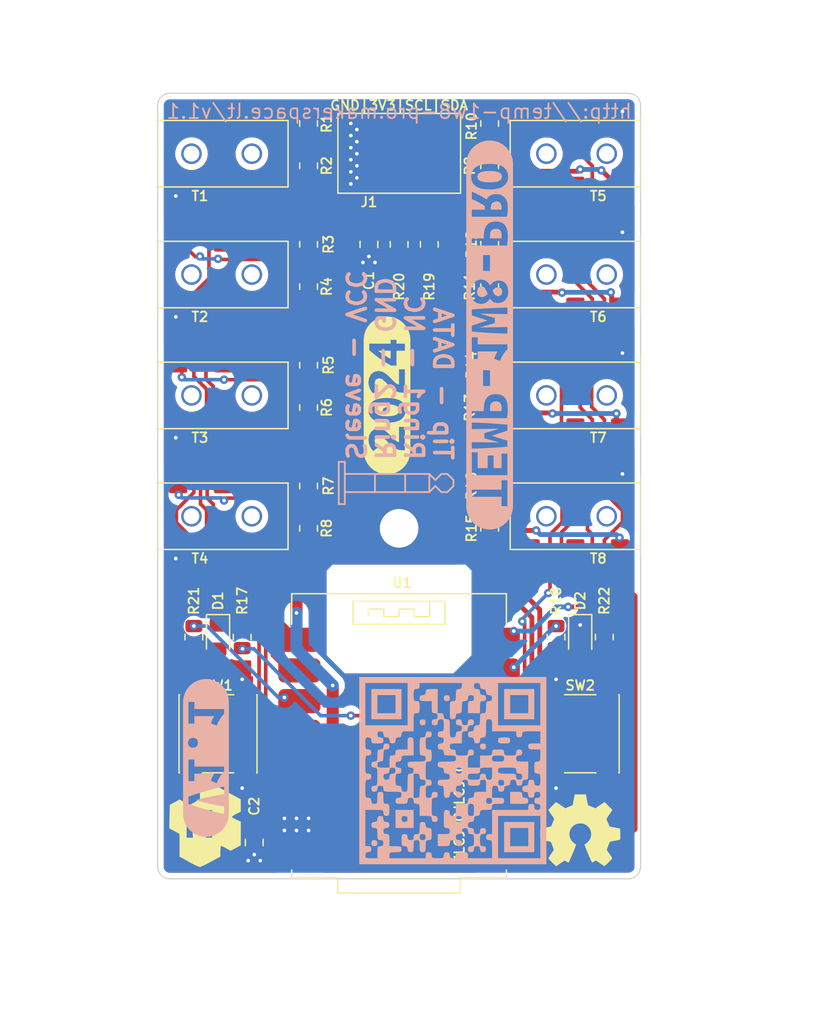
<source format=kicad_pcb>
(kicad_pcb (version 20211014) (generator pcbnew)
  (layers (0 "F.Cu" signal) (31 "B.Cu" signal) (34 "B.Paste" user) (35 "F.Paste" user) (36 "B.SilkS" user "B.Silkscreen") (37 "F.SilkS" user "F.Silkscreen") (38 "B.Mask" user) (39 "F.Mask" user) (44 "Edge.Cuts" user))
  (net 0 "")
  (net 1 "T1")
  (net 2 "GND")
  (net 3 "+3V3")
  (net 4 "T2")
  (net 5 "+5V")
  (net 6 "SCL")
  (net 7 "SDA")
  (net 8 "T3")
  (net 9 "T4")
  (net 10 "T5")
  (net 11 "T6")
  (net 12 "T7")
  (net 13 "T8")
  (net 14 "LED")
  (net 15 "Net-(D1-Pad1)")
  (net 16 "Net-(R1-Pad1)")
  (net 17 "Net-(R3-Pad1)")
  (net 18 "Net-(R5-Pad1)")
  (net 19 "Net-(R7-Pad1)")
  (net 20 "Net-(R9-Pad1)")
  (net 42 "BTN1")
  (net 43 "BTN2")
  (net 44 "Net-(D2-Pad2)")
  (net 45 "Net-(R21-Pad2)")
  (net 46 "Net-(R22-Pad2)")
  (net 47 "Net-(R11-Pad1)")
  (net 51 "Net-(R15-Pad1)")
  (net 52 "Net-(R13-Pad1)")
  (footprint "Resistor_SMD:R_0805_2012Metric" (layer "F.Cu") (at 130.2625 112.0375 -90)
    (fp_text reference "R21")
    (fp_text value "330")
  )
  (footprint "Capacitor_SMD:C_0805_2012Metric_Pad1.18x1.45mm_HandSolder" (layer "F.Cu") (at 135.2625 129.0375 -90)
    (fp_text reference "C2")
    (fp_text value "10u")
  )
  (footprint "Resistor_SMD:R_0805_2012Metric" (layer "F.Cu") (at 139.7625 89.5375 -90)
    (fp_text reference "R5")
    (fp_text value "330")
  )
  (footprint "Resistor_SMD:R_0805_2012Metric" (layer "F.Cu") (at 154.7625 103.0375 90)
    (fp_text reference "R15")
    (fp_text value "330")
  )
  (footprint "Symbol:OSHW-Symbol_6.7x6mm_SilkScreen" (layer "F.Cu") (at 162.2625 128.0375)
    (fp_text reference "G1" hide)
    (fp_text value "Logo_Open_Hardware_Large" hide)
  )
  (footprint "Resistor_SMD:R_0805_2012Metric" (layer "F.Cu") (at 139.7625 93.0375 90)
    (fp_text reference "R6")
    (fp_text value "4k7")
  )
  (footprint "-local:logo_kms_small_silkscreen" (layer "F.Cu") (at 130.7625 127.5375)
    (fp_text reference "G2" hide)
    (fp_text value "LOGO_KMS" hide)
  )
  (footprint "Resistor_SMD:R_0805_2012Metric" (layer "F.Cu") (at 154.7625 73.0375 90)
    (fp_text reference "R9")
    (fp_text value "330")
  )
  (footprint "Resistor_SMD:R_0805_2012Metric" (layer "F.Cu") (at 160.2625 112.0375 90)
    (fp_text reference "R18")
    (fp_text value "330")
  )
  (footprint "Resistor_SMD:R_0805_2012Metric" (layer "F.Cu") (at 139.7625 83.0375 90)
    (fp_text reference "R4")
    (fp_text value "4k7")
  )
  (footprint "-local:esp32-c3-supermini" (layer "F.Cu") (at 155.5125 130.0375 180)
    (fp_text reference "U1")
    (fp_text value "esp32-c3-supermini")
  )
  (footprint "Resistor_SMD:R_0805_2012Metric" (layer "F.Cu") (at 154.7625 89.5375 -90)
    (fp_text reference "R14")
    (fp_text value "4k7")
  )
  (footprint "Resistor_SMD:R_0805_2012Metric" (layer "F.Cu") (at 139.7625 99.5375 -90)
    (fp_text reference "R7")
    (fp_text value "330")
  )
  (footprint "Resistor_SMD:R_0805_2012Metric" (layer "F.Cu") (at 154.7625 83.0375 90)
    (fp_text reference "R11")
    (fp_text value "330")
  )
  (footprint "kibuzzard-66DA8205" (layer "F.Cu") (at 146.2625 92.0375 90)
    (fp_text reference "kibuzzard-66DA8205" hide)
    (fp_text value "G***" hide)
  )
  (footprint "-local:PJ-242" (layer "F.Cu") (at 167.2625 92.0375 -90)
    (fp_text reference "T7")
    (fp_text value "PJ-242")
  )
  (footprint "-local:PJ-242" (layer "F.Cu") (at 127.2625 82.0375 90)
    (fp_text reference "T2")
    (fp_text value "PJ-242")
  )
  (footprint "-local:PJ-242" (layer "F.Cu") (at 167.2625 72.0375 -90)
    (fp_text reference "T5")
    (fp_text value "PJ-242")
  )
  (footprint "Resistor_SMD:R_0805_2012Metric" (layer "F.Cu") (at 164.2625 112.0375 -90)
    (fp_text reference "R22")
    (fp_text value "330")
  )
  (footprint "Resistor_SMD:R_0805_2012Metric" (layer "F.Cu") (at 154.7625 79.5375 -90)
    (fp_text reference "R12")
    (fp_text value "4k7")
  )
  (footprint "Capacitor_SMD:C_0805_2012Metric_Pad1.18x1.45mm_HandSolder" (layer "F.Cu") (at 144.7625 79.5375 -90)
    (fp_text reference "C1")
    (fp_text value "10u")
  )
  (footprint "LED_SMD:LED_0805_2012Metric_Pad1.15x1.40mm_HandSolder" (layer "F.Cu") (at 162.2625 112.0375 -90)
    (fp_text reference "D2")
    (fp_text value "LED")
  )
  (footprint "LED_SMD:LED_0805_2012Metric_Pad1.15x1.40mm_HandSolder" (layer "F.Cu") (at 132.2625 112.0375 -90)
    (fp_text reference "D1")
    (fp_text value "LED")
  )
  (footprint "Button_Switch_SMD:SW_SPST_PTS645" (layer "F.Cu") (at 132.2625 120.0375 90)
    (fp_text reference "SW1")
    (fp_text value "USR_BTN")
  )
  (footprint "Button_Switch_SMD:SW_SPST_PTS645" (layer "F.Cu") (at 162.2625 120.0375 -90)
    (fp_text reference "SW2")
    (fp_text value "USR_BTN")
  )
  (footprint "-local:PJ-242" (layer "F.Cu") (at 167.2625 102.0375 -90)
    (fp_text reference "T8")
    (fp_text value "PJ-242")
  )
  (footprint "Resistor_SMD:R_0805_2012Metric" (layer "F.Cu") (at 149.7625 79.5375 90)
    (fp_text reference "R19")
    (fp_text value "4k7")
  )
  (footprint "Resistor_SMD:R_0805_2012Metric" (layer "F.Cu") (at 154.7625 99.5375 -90)
    (fp_text reference "R16")
    (fp_text value "4k7")
  )
  (footprint "-local:PJ-242" (layer "F.Cu") (at 127.2625 102.0375 90)
    (fp_text reference "T4")
    (fp_text value "PJ-242")
  )
  (footprint "-local:PJ-242" (layer "F.Cu") (at 167.2625 82.0375 -90)
    (fp_text reference "T6")
    (fp_text value "PJ-242")
  )
  (footprint "Resistor_SMD:R_0805_2012Metric" (layer "F.Cu") (at 154.7625 93.0375 90)
    (fp_text reference "R13")
    (fp_text value "330")
  )
  (footprint "Resistor_SMD:R_0805_2012Metric" (layer "F.Cu") (at 139.7625 73.0375 90)
    (fp_text reference "R2")
    (fp_text value "4k7")
  )
  (footprint "Resistor_SMD:R_0805_2012Metric" (layer "F.Cu") (at 134.2625 112.0375 -90)
    (fp_text reference "R17")
    (fp_text value "330")
  )
  (footprint "MountingHole:MountingHole_3.2mm_M3_DIN965_Pad" (layer "F.Cu") (at 147.2625 103.0375 180)
    (fp_text reference "H1" hide)
    (fp_text value "MP" hide)
  )
  (footprint "-local:PJ-242" (layer "F.Cu") (at 127.2625 92.0375 90)
    (fp_text reference "T3")
    (fp_text value "PJ-242")
  )
  (footprint "-local:PJ-242" (layer "F.Cu") (at 127.2625 72.0375 90)
    (fp_text reference "T1")
    (fp_text value "PJ-242")
  )
  (footprint "Resistor_SMD:R_0805_2012Metric" (layer "F.Cu") (at 147.2625 79.5375 90)
    (fp_text reference "R20")
    (fp_text value "4k7")
  )
  (footprint "-local:oled_i2c_128x64_ssd1306" (layer "F.Cu") (at 147.2625 72.0375 90)
    (fp_text reference "J1")
    (fp_text value "ssd1306 oled")
  )
  (footprint "Resistor_SMD:R_0805_2012Metric" (layer "F.Cu") (at 139.7625 79.5375 -90)
    (fp_text reference "R3")
    (fp_text value "330")
  )
  (footprint "Resistor_SMD:R_0805_2012Metric" (layer "F.Cu") (at 154.7625 69.5375 -90)
    (fp_text reference "R10")
    (fp_text value "4k7")
  )
  (footprint "Resistor_SMD:R_0805_2012Metric" (layer "F.Cu") (at 139.7625 69.5375 -90)
    (fp_text reference "R1")
    (fp_text value "330")
  )
  (footprint "Resistor_SMD:R_0805_2012Metric" (layer "F.Cu") (at 139.7625 103.0375 90)
    (fp_text reference "R8")
    (fp_text value "4k7")
  )
  (footprint "kibuzzard-66E2F5A0" (layer "B.Cu") (at 131.2625 122.0375 90)
    (fp_text reference "kibuzzard-66E2F5A0" hide)
    (fp_text value "G***" hide)
  )
  (footprint "kibuzzard-669677F3" (layer "B.Cu") (at 154.7625 87.0375 90)
    (fp_text reference "kibuzzard-669677F3" hide)
    (fp_text value "G***" hide)
  )
  (footprint "-local:qr" (layer "B.Cu") (at 151.7625 123.0375 180)
    (fp_text reference "G***" hide)
    (fp_text value "LOGO" hide)
  )
  (gr_line (start 151.7625 99.0375) (end 151.7625 99.5375) (layer "B.SilkS") (width 0.15))
  (gr_line (start 142.2625 97.5375) (end 142.2625 101.0375) (layer "B.SilkS") (width 0.15))
  (gr_line (start 151.2625 98.5375) (end 151.7625 99.0375) (layer "B.SilkS") (width 0.15))
  (gr_line (start 145.2625 98.5375) (end 145.2625 100.0375) (layer "B.SilkS") (width 0.15))
  (gr_line (start 150.7625 98.5375) (end 151.2625 98.5375) (layer "B.SilkS") (width 0.15))
  (gr_line (start 150.2625 99.0375) (end 150.7625 98.5375) (layer "B.SilkS") (width 0.15))
  (gr_line (start 149.7625 100.0375) (end 142.7625 100.0375) (layer "B.SilkS") (width 0.15))
  (gr_line (start 149.7625 98.5375) (end 149.7625 100.0375) (layer "B.SilkS") (width 0.15))
  (gr_line (start 142.7625 97.5375) (end 142.7625 98.5375) (layer "B.SilkS") (width 0.15))
  (gr_line (start 150.7625 100.0375) (end 150.2625 99.5375) (layer "B.SilkS") (width 0.15))
  (gr_line (start 149.7625 98.5375) (end 150.2625 99.0375) (layer "B.SilkS") (width 0.15))
  (gr_line (start 142.7625 98.5375) (end 144.7625 98.5375) (layer "B.SilkS") (width 0.15))
  (gr_line (start 142.7625 100.0375) (end 142.7625 101.0375) (layer "B.SilkS") (width 0.15))
  (gr_line (start 144.7625 98.5375) (end 149.7625 98.5375) (layer "B.SilkS") (width 0.15))
  (gr_line (start 151.7625 99.5375) (end 151.2625 100.0375) (layer "B.SilkS") (width 0.15))
  (gr_line (start 150.2625 99.5375) (end 149.7625 100.0375) (layer "B.SilkS") (width 0.15))
  (gr_line (start 151.2625 100.0375) (end 150.7625 100.0375) (layer "B.SilkS") (width 0.15))
  (gr_line (start 142.7625 97.5375) (end 142.2625 97.5375) (layer "B.SilkS") (width 0.15))
  (gr_line (start 142.7625 98.5375) (end 142.7625 100.0375) (layer "B.SilkS") (width 0.15))
  (gr_line (start 147.7625 98.5375) (end 147.7625 100.0375) (layer "B.SilkS") (width 0.15))
  (gr_line (start 142.2625 101.0375) (end 142.7625 101.0375) (layer "B.SilkS") (width 0.15))
  (gr_arc (start 166.2625 67.0375) (mid 166.969607 67.330393) (end 167.2625 68.0375) (layer "Edge.Cuts") (width 0.1))
  (gr_line (start 167.2625 131.0375) (end 167.2625 68.0375) (layer "Edge.Cuts") (width 0.1))
  (gr_line (start 166.2625 67.0375) (end 128.2625 67.0375) (layer "Edge.Cuts") (width 0.1))
  (gr_line (start 166.2625 132.0375) (end 128.2625 132.0375) (layer "Edge.Cuts") (width 0.1))
  (gr_line (start 127.2625 68.0375) (end 127.2625 131.0375) (layer "Edge.Cuts") (width 0.1))
  (gr_arc (start 167.2625 131.0375) (mid 166.969607 131.744607) (end 166.2625 132.0375) (layer "Edge.Cuts") (width 0.1))
  (gr_arc (start 128.2625 132.0375) (mid 127.555393 131.744607) (end 127.2625 131.0375) (layer "Edge.Cuts") (width 0.1))
  (gr_arc (start 127.2625 68.0375) (mid 127.555393 67.330393) (end 128.2625 67.0375) (layer "Edge.Cuts") (width 0.1))
  (gr_text "Tip - DATA\nRing1 - NC\nRing2 - GND\nSleeve - VCC" (at 147.2625 97.5375 270) (layer "B.SilkS") (effects (font (size 1.5 1.5) (thickness 0.3)) (justify left mirror)))
  (gr_text "http://temp-1w8-pro.makerspace.lt/v1.1" (at 147.2625 68.5375) (layer "B.SilkS") (effects (font (size 1.2 1.2)) (justify mirror)))
  (gr_text "JLCJLCJLCJLC" (at 152.2625 126.5375 90) (layer "F.SilkS") (effects (font (size 0.8 0.8))))
  (gr_text "GND|3V3|SCL|SDA" (at 147.2625 68.0375) (layer "F.SilkS") (effects (font (size 0.8 0.8))))
  (segment (start 131.5125 76.0875) (end 131.5125 82.355267) (width 0.3) (layer "F.Cu") (net 1))
  (segment (start 135.2625 110.0375) (end 135.6625 110.4375) (width 0.3) (layer "F.Cu") (net 1))
  (segment (start 136.6425 122.4175) (end 139.0025 122.4175) (width 0.3) (layer "F.Cu") (net 1))
  (segment (start 131.5125 82.355267) (end 130.2625 83.605267) (width 0.3) (layer "F.Cu") (net 1))
  (segment (start 132.6625 74.9375) (end 131.5125 76.0875) (width 0.3) (layer "F.Cu") (net 1))
  (segment (start 137.685292 73.5375) (end 134.0625 73.5375) (width 0.3) (layer "F.Cu") (net 1))
  (segment (start 130.1125 103.859683) (end 130.1125 106.8875) (width 0.3) (layer "F.Cu") (net 1))
  (segment (start 130.2625 83.605267) (end 130.2625 90.469733) (width 0.3) (layer "F.Cu") (net 1))
  (segment (start 130.1125 106.8875) (end 133.2625 110.0375) (width 0.3) (layer "F.Cu") (net 1))
  (segment (start 128.8125 101.515317) (end 128.8125 102.559683) (width 0.3) (layer "F.Cu") (net 1))
  (segment (start 131.3125 91.519733) (end 131.3125 92.9875) (width 0.3) (layer "F.Cu") (net 1))
  (segment (start 139.7625 73.95) (end 138.097792 73.95) (width 0.3) (layer "F.Cu") (net 1))
  (segment (start 135.6625 110.4375) (end 135.6625 121.4375) (width 0.3) (layer "F.Cu") (net 1))
  (segment (start 130.2625 90.469733) (end 131.3125 91.519733) (width 0.3) (layer "F.Cu") (net 1))
  (segment (start 133.2625 110.0375) (end 135.2625 110.0375) (width 0.3) (layer "F.Cu") (net 1))
  (segment (start 138.097792 73.95) (end 137.685292 73.5375) (width 0.3) (layer "F.Cu") (net 1))
  (segment (start 135.6625 121.4375) (end 136.6425 122.4175) (width 0.3) (layer "F.Cu") (net 1))
  (segment (start 128.8125 102.559683) (end 130.1125 103.859683) (width 0.3) (layer "F.Cu") (net 1))
  (segment (start 130.2625 94.0375) (end 130.2625 100.065317) (width 0.3) (layer "F.Cu") (net 1))
  (segment (start 134.0625 73.5375) (end 132.6625 74.9375) (width 0.3) (layer "F.Cu") (net 1))
  (segment (start 131.3125 92.9875) (end 130.2625 94.0375) (width 0.3) (layer "F.Cu") (net 1))
  (segment (start 130.2625 100.065317) (end 128.8125 101.515317) (width 0.3) (layer "F.Cu") (net 1))
  (via (at 143.7625 71.0375) (size 0.7) (drill 0.3) (layers "F.Cu" "B.Cu") (net 2))
  (via (at 128.7625 95.5375) (size 0.7) (drill 0.3) (layers "F.Cu" "B.Cu") (net 2))
  (via (at 137.7625 127.0375) (size 0.7) (drill 0.3) (layers "F.Cu" "B.Cu") (net 2))
  (via (at 135.2625 130.0375) (size 0.7) (drill 0.3) (layers "F.Cu" "B.Cu") (net 2))
  (via (at 143.2625 74.5375) (size 0.7) (drill 0.3) (layers "F.Cu" "B.Cu") (net 2))
  (via (at 143.7625 74.0375) (size 0.7) (drill 0.3) (layers "F.Cu" "B.Cu") (net 2))
  (via (at 138.7625 128.0375) (size 0.7) (drill 0.3) (layers "F.Cu" "B.Cu") (net 2))
  (via (at 137.7625 128.0375) (size 0.7) (drill 0.3) (layers "F.Cu" "B.Cu") (net 2))
  (via (at 160.2625 124.5375) (size 0.7) (drill 0.3) (layers "F.Cu" "B.Cu") (net 2))
  (via (at 165.7625 78.5375) (size 0.7) (drill 0.3) (layers "F.Cu" "B.Cu") (net 2))
  (via (at 160.2625 115.5375) (size 0.7) (drill 0.3) (layers "F.Cu" "B.Cu") (net 2))
  (via (at 143.7625 70.0375) (size 0.7) (drill 0.3) (layers "F.Cu" "B.Cu") (net 2))
  (via (at 135.7625 130.5375) (size 0.7) (drill 0.3) (layers "F.Cu" "B.Cu") (net 2))
  (via (at 128.7625 75.5375) (size 0.7) (drill 0.3) (layers "F.Cu" "B.Cu") (net 2))
  (via (at 143.2625 69.5375) (size 0.7) (drill 0.3) (layers "F.Cu" "B.Cu") (net 2))
  (via (at 138.7625 127.0375) (size 0.7) (drill 0.3) (layers "F.Cu" "B.Cu") (net 2))
  (via (at 143.7625 72.0375) (size 0.7) (drill 0.3) (layers "F.Cu" "B.Cu") (net 2))
  (via (at 165.7625 88.5375) (size 0.7) (drill 0.3) (layers "F.Cu" "B.Cu") (net 2))
  (via (at 144.7625 80.5375) (size 0.7) (drill 0.3) (layers "F.Cu" "B.Cu") (net 2))
  (via (at 143.7625 73.0375) (size 0.7) (drill 0.3) (layers "F.Cu" "B.Cu") (net 2))
  (via (at 128.7625 85.5375) (size 0.7) (drill 0.3) (layers "F.Cu" "B.Cu") (net 2))
  (via (at 128.7625 105.5375) (size 0.7) (drill 0.3) (layers "F.Cu" "B.Cu") (net 2))
  (via (at 145.2625 81.0375) (size 0.7) (drill 0.3) (layers "F.Cu" "B.Cu") (net 2))
  (via (at 144.2625 81.0375) (size 0.7) (drill 0.3) (layers "F.Cu" "B.Cu") (net 2))
  (via (at 139.7625 127.0375) (size 0.7) (drill 0.3) (layers "F.Cu" "B.Cu") (net 2))
  (via (at 165.7625 68.5375) (size 0.7) (drill 0.3) (layers "F.Cu" "B.Cu") (net 2))
  (via (at 134.2625 115.5375) (size 0.7) (drill 0.3) (layers "F.Cu" "B.Cu") (net 2))
  (via (at 165.7625 98.5375) (size 0.7) (drill 0.3) (layers "F.Cu" "B.Cu") (net 2))
  (via (at 143.2625 72.5375) (size 0.7) (drill 0.3) (layers "F.Cu" "B.Cu") (net 2))
  (via (at 162.2625 111.0375) (size 0.7) (drill 0.3) (layers "F.Cu" "B.Cu") (net 2))
  (via (at 134.2625 124.5375) (size 0.7) (drill 0.3) (layers "F.Cu" "B.Cu") (net 2))
  (via (at 143.2625 73.5375) (size 0.7) (drill 0.3) (layers "F.Cu" "B.Cu") (net 2))
  (via (at 139.7625 128.0375) (size 0.7) (drill 0.3) (layers "F.Cu" "B.Cu") (net 2))
  (via (at 134.7625 130.5375) (size 0.7) (drill 0.3) (layers "F.Cu" "B.Cu") (net 2))
  (via (at 143.2625 70.5375) (size 0.7) (drill 0.3) (layers "F.Cu" "B.Cu") (net 2))
  (via (at 143.2625 71.5375) (size 0.7) (drill 0.3) (layers "F.Cu" "B.Cu") (net 2))
  (segment (start 154.7625 72.125) (end 154.7625 70.45) (width 1) (layer "F.Cu") (net 3))
  (segment (start 136.8425 124.9575) (end 139.0025 124.9575) (width 1) (layer "F.Cu") (net 3))
  (segment (start 153.2625 80.5375) (end 154.675 80.5375) (width 1) (layer "F.Cu") (net 3))
  (segment (start 141.2625 90.3625) (end 141.175 90.45) (width 1) (layer "F.Cu") (net 3))
  (segment (start 153.2625 90.5375) (end 154.675 90.5375) (width 1) (layer "F.Cu") (net 3))
  (segment (start 146.0025 78.0375) (end 146.0025 72.0055) (width 1) (layer "F.Cu") (net 3))
  (segment (start 141.175 90.45) (end 141.2625 90.5375) (width 1) (layer "F.Cu") (net 3))
  (segment (start 141.2625 90.5375) (end 141.2625 100.5375) (width 1) (layer "F.Cu") (net 3))
  (segment (start 152.2625 68.0375) (end 153.2625 69.0375) (width 1) (layer "F.Cu") (net 3))
  (segment (start 154.675 80.5375) (end 154.7625 80.45) (width 1) (layer "F.Cu") (net 3))
  (segment (start 141.2625 68.5375) (end 141.7625 68.0375) (width 1) (layer "F.Cu") (net 3))
  (segment (start 135.7625 123.0425) (end 135.7625 123.8775) (width 0.3) (layer "F.Cu") (net 3))
  (segment (start 139.7625 72.125) (end 139.7625 70.45) (width 1) (layer "F.Cu") (net 3))
  (segment (start 132.2625 119.5425) (end 135.7625 123.0425) (width 0.3) (layer "F.Cu") (net 3))
  (segment (start 154.7625 82.125) (end 154.7625 80.45) (width 1) (layer "F.Cu") (net 3))
  (segment (start 141.2625 80.5375) (end 141.2625 90.3625) (width 1) (layer "F.Cu") (net 3))
  (segment (start 154.7625 102.125) (end 154.7625 100.45) (width 1) (layer "F.Cu") (net 3))
  (segment (start 139.7625 92.125) (end 139.7625 90.45) (width 1) (layer "F.Cu") (net 3))
  (segment (start 135.7625 123.8775) (end 136.8425 124.9575) (width 0.3) (layer "F.Cu") (net 3))
  (segment (start 139.7625 102.125) (end 139.7625 100.45) (width 1) (layer "F.Cu") (net 3))
  (segment (start 135.2625 126.5375) (end 136.8425 124.9575) (width 1) (layer "F.Cu") (net 3))
  (segment (start 139.7625 90.45) (end 141.175 90.45) (width 1) (layer "F.Cu") (net 3))
  (segment (start 139.85 100.5375) (end 139.7625 100.45) (width 1) (layer "F.Cu") (net 3))
  (segment (start 144.8875 78.625) (end 144.7625 78.5) (width 1) (layer "F.Cu") (net 3))
  (segment (start 138.7625 110.0375) (end 138.7625 107.5375) (width 1) (layer "F.Cu") (net 3))
  (segment (start 153.2625 90.5375) (end 153.2625 100.5375) (width 1) (layer "F.Cu") (net 3))
  (segment (start 144.7625 78.5) (end 141.3 78.5) (width 1) (layer "F.Cu") (net 3))
  (segment (start 141.2625 105.0375) (end 141.2625 100.5375) (width 1) (layer "F.Cu") (net 3))
  (segment (start 138.7625 107.5375) (end 141.2625 105.0375) (width 1) (layer "F.Cu") (net 3))
  (segment (start 154.675 100.5375) (end 154.7625 100.45) (width 1) (layer "F.Cu") (net 3))
  (segment (start 140.8425 124.9575) (end 139.0025 124.9575) (width 1) (layer "F.Cu") (net 3))
  (segment (start 153.35 70.45) (end 153.2625 70.5375) (width 1) (layer "F.Cu") (net 3))
  (segment (start 147.2625 78.625) (end 144.8875 78.625) (width 1) (layer "F.Cu") (net 3))
  (segment (start 141.2625 70.5375) (end 141.2625 78.5375) (width 1) (layer "F.Cu") (net 3))
  (segment (start 154.675 90.5375) (end 154.7625 90.45) (width 1) (layer "F.Cu") (net 3))
  (segment (start 141.175 70.45) (end 141.2625 70.5375) (width 1) (layer "F.Cu") (net 3))
  (segment (start 141.175 80.45) (end 141.2625 80.5375) (width 1) (layer "F.Cu") (net 3))
  (segment (start 132.2625 113.0625) (end 132.2625 119.5425) (width 0.3) (layer "F.Cu") (net 3))
  (segment (start 153.2625 69.0375) (end 153.2625 70.5375) (width 1) (layer "F.Cu") (net 3))
  (segment (start 141.3 78.5) (end 141.2625 78.5375) (width 1) (layer "F.Cu") (net 3))
  (segment (start 149.7625 78.625) (end 147.2625 78.625) (width 1) (layer "F.Cu") (net 3))
  (segment (start 141.2625 78.5375) (end 141.2625 80.3625) (width 1) (layer "F.Cu") (net 3))
  (segment (start 153.2625 100.5375) (end 154.675 100.5375) (width 1) (layer "F.Cu") (net 3))
  (segment (start 153.2625 80.5375) (end 153.2625 90.5375) (width 1) (layer "F.Cu") (net 3))
  (segment (start 145.54 78.5) (end 146.0025 78.0375) (width 1) (layer "F.Cu") (net 3))
  (segment (start 154.7625 92.125) (end 154.7625 90.45) (width 1) (layer "F.Cu") (net 3))
  (segment (start 139.7625 82.125) (end 139.7625 80.45) (width 1) (layer "F.Cu") (net 3))
  (segment (start 141.7625 68.0375) (end 152.2625 68.0375) (width 1) (layer "F.Cu") (net 3))
  (segment (start 139.7625 70.45) (end 141.175 70.45) (width 1) (layer "F.Cu") (net 3))
  (segment (start 141.2625 80.3625) (end 141.175 80.45) (width 1) (layer "F.Cu") (net 3))
  (segment (start 144.7625 78.5) (end 145.54 78.5) (width 1) (layer "F.Cu") (net 3))
  (segment (start 141.2625 100.5375) (end 139.85 100.5375) (width 1) (layer "F.Cu") (net 3))
  (segment (start 153.2625 70.5375) (end 153.2625 80.5375) (width 1) (layer "F.Cu") (net 3))
  (segment (start 141.2625 70.5375) (end 141.2625 68.5375) (width 1) (layer "F.Cu") (net 3))
  (segment (start 154.7625 70.45) (end 153.35 70.45) (width 1) (layer "F.Cu") (net 3))
  (segment (start 141.7625 116.0375) (end 141.7625 124.0375) (width 1) (layer "F.Cu") (net 3))
  (segment (start 139.7625 80.45) (end 141.175 80.45) (width 1) (layer "F.Cu") (net 3))
  (segment (start 141.7625 124.0375) (end 140.8425 124.9575) (width 1) (layer "F.Cu") (net 3))
  (segment (start 135.2625 128) (end 135.2625 126.5375) (width 1) (layer "F.Cu") (net 3))
  (via (at 138.7625 110.0375) (size 0.7) (drill 0.3) (layers "F.Cu" "B.Cu") (net 3))
  (via (at 141.7625 116.0375) (size 0.7) (drill 0.3) (layers "F.Cu" "B.Cu") (net 3))
  (segment (start 138.7625 113.0375) (end 138.7625 110.0375) (width 1) (layer "B.Cu") (net 3))
  (segment (start 141.7625 116.0375) (end 138.7625 113.0375) (width 1) (layer "B.Cu") (net 3))
  (segment (start 131.3125 101.519733) (end 131.3125 102.9875) (width 0.3) (layer "F.Cu") (net 4))
  (segment (start 130.7625 106.5375) (end 133.2625 109.0375) (width 0.3) (layer "F.Cu") (net 4))
  (segment (start 131.8625 93.215318) (end 130.8125 94.265318) (width 0.3) (layer "F.Cu") (net 4))
  (segment (start 136.2125 118.9875) (end 137.1025 119.8775) (width 0.3) (layer "F.Cu") (net 4))
  (segment (start 135.2625 109.0375) (end 136.2125 109.9875) (width 0.3) (layer "F.Cu") (net 4))
  (segment (start 130.8125 94.265318) (end 130.8125 101.019733) (width 0.3) (layer "F.Cu") (net 4))
  (segment (start 131.2625 86.3375) (end 131.2625 90.691915) (width 0.3) (layer "F.Cu") (net 4))
  (segment (start 132.6625 84.9375) (end 131.2625 86.3375) (width 0.3) (layer "F.Cu") (net 4))
  (segment (start 133.2625 109.0375) (end 135.2625 109.0375) (width 0.3) (layer "F.Cu") (net 4))
  (segment (start 131.3125 102.9875) (end 130.7625 103.5375) (width 0.3) (layer "F.Cu") (net 4))
  (segment (start 137.1025 119.8775) (end 139.0025 119.8775) (width 0.3) (layer "F.Cu") (net 4))
  (segment (start 130.7625 103.5375) (end 130.7625 106.5375) (width 0.3) (layer "F.Cu") (net 4))
  (segment (start 139.35 83.5375) (end 134.0625 83.5375) (width 0.3) (layer "F.Cu") (net 4))
  (segment (start 131.8625 91.291915) (end 131.8625 93.215318) (width 0.3) (layer "F.Cu") (net 4))
  (segment (start 136.2125 109.9875) (end 136.2125 118.9875) (width 0.3) (layer "F.Cu") (net 4))
  (segment (start 134.0625 83.5375) (end 132.6625 84.9375) (width 0.3) (layer "F.Cu") (net 4))
  (segment (start 130.8125 101.019733) (end 131.3125 101.519733) (width 0.3) (layer "F.Cu") (net 4))
  (segment (start 131.2625 90.691915) (end 131.8625 91.291915) (width 0.3) (layer "F.Cu") (net 4))
  (segment (start 139.7625 83.95) (end 139.35 83.5375) (width 0.3) (layer "F.Cu") (net 4))
  (segment (start 155.5125 119.8775) (end 156.066003 119.8775) (width 0.4) (layer "F.Cu") (net 6))
  (segment (start 158.2625 117.681003) (end 158.2625 110.406129) (width 0.4) (layer "F.Cu") (net 6))
  (segment (start 147.2625 80.45) (end 147.85 80.45) (width 0.3) (layer "F.Cu") (net 6))
  (segment (start 154.7625 107.5375) (end 156.7625 109.5375) (width 0.4) (layer "F.Cu") (net 6))
  (segment (start 148.5425 75.3175) (end 148.5425 72.0055) (width 0.3) (layer "F.Cu") (net 6))
  (segment (start 150.7625 85.0375) (end 150.7625 86.5375) (width 0.4) (layer "F.Cu") (net 6))
  (segment (start 147.85 80.45) (end 148.7625 79.5375) (width 0.3) (layer "F.Cu") (net 6))
  (segment (start 147.2625 81.5375) (end 147.7625 82.0375) (width 0.4) (layer "F.Cu") (net 6))
  (segment (start 147.7625 82.0375) (end 150.7625 85.0375) (width 0.4) (layer "F.Cu") (net 6))
  (segment (start 151.1625 79.1375) (end 151.1625 77.9375) (width 0.3) (layer "F.Cu") (net 6))
  (segment (start 151.1625 77.9375) (end 148.5425 75.3175) (width 0.3) (layer "F.Cu") (net 6))
  (segment (start 152.2625 105.0375) (end 154.7625 107.5375) (width 0.4) (layer "F.Cu") (net 6))
  (segment (start 150.7625 102.0375) (end 152.2625 103.5375) (width 0.4) (layer "F.Cu") (net 6))
  (segment (start 150.7625 79.5375) (end 151.1625 79.1375) (width 0.3) (layer "F.Cu") (net 6))
  (segment (start 157.393871 109.5375) (end 156.7625 109.5375) (width 0.4) (layer "F.Cu") (net 6))
  (segment (start 147.2625 80.45) (end 147.2625 81.5375) (width 0.4) (layer "F.Cu") (net 6))
  (segment (start 156.066003 119.8775) (end 158.2625 117.681003) (width 0.4) (layer "F.Cu") (net 6))
  (segment (start 158.2625 110.406129) (end 157.393871 109.5375) (width 0.4) (layer "F.Cu") (net 6))
  (segment (start 150.7625 86.5375) (end 150.7625 102.0375) (width 0.4) (layer "F.Cu") (net 6))
  (segment (start 148.7625 79.5375) (end 150.7625 79.5375) (width 0.3) (layer "F.Cu") (net 6))
  (segment (start 152.2625 103.5375) (end 152.2625 105.0375) (width 0.4) (layer "F.Cu") (net 6))
  (segment (start 151.0825 75.8575) (end 151.0825 72.0055) (width 0.3) (layer "F.Cu") (net 7))
  (segment (start 151.7625 76.5375) (end 151.0825 75.8575) (width 0.3) (layer "F.Cu") (net 7))
  (segment (start 151.7625 84.0375) (end 151.7625 101.5375) (width 0.4) (layer "F.Cu") (net 7))
  (segment (start 149.7625 80.45) (end 149.7625 82.0375) (width 0.4) (layer "F.Cu") (net 7))
  (segment (start 151.7625 79.5375) (end 151.7625 76.5375) (width 0.3) (layer "F.Cu") (net 7))
  (segment (start 158.9125 109.768262) (end 157.181738 108.0375) (width 0.4) (layer "F.Cu") (net 7))
  (segment (start 157.181738 108.0375) (end 156.7625 108.0375) (width 0.4) (layer "F.Cu") (net 7))
  (segment (start 158.9125 119.571003) (end 158.9125 109.768262) (width 0.4) (layer "F.Cu") (net 7))
  (segment (start 155.5125 122.4175) (end 156.066003 122.4175) (width 0.4) (layer "F.Cu") (net 7))
  (segment (start 149.7625 82.0375) (end 151.7625 84.0375) (width 0.4) (layer "F.Cu") (net 7))
  (segment (start 156.066003 122.4175) (end 158.9125 119.571003) (width 0.4) (layer "F.Cu") (net 7))
  (segment (start 151.7625 101.5375) (end 153.2625 103.0375) (width 0.4) (layer "F.Cu") (net 7))
  (segment (start 150.85 80.45) (end 151.7625 79.5375) (width 0.3) (layer "F.Cu") (net 7))
  (segment (start 153.2625 103.0375) (end 153.2625 104.5375) (width 0.4) (layer "F.Cu") (net 7))
  (segment (start 149.7625 80.45) (end 150.85 80.45) (width 0.3) (layer "F.Cu") (net 7))
  (segment (start 153.2625 104.5375) (end 156.7625 108.0375) (width 0.4) (layer "F.Cu") (net 7))
  (segment (start 139.7625 93.95) (end 139.35 93.5375) (width 0.3) (layer "F.Cu") (net 8))
  (segment (start 132.6625 94.9375) (end 131.3625 96.2375) (width 0.3) (layer "F.Cu") (net 8))
  (segment (start 131.3625 96.2375) (end 131.3625 100.5375) (width 0.3) (layer "F.Cu") (net 8))
  (segment (start 136.7625 113.5375) (end 138.0225 114.7975) (width 0.3) (layer "F.Cu") (net 8))
  (segment (start 135.7625 108.0375) (end 136.7625 109.0375) (width 0.3) (layer "F.Cu") (net 8))
  (segment (start 131.8625 101.0375) (end 131.8625 103.509683) (width 0.3) (layer "F.Cu") (net 8))
  (segment (start 136.7625 109.0375) (end 136.7625 113.5375) (width 0.3) (layer "F.Cu") (net 8))
  (segment (start 139.35 93.5375) (end 134.0625 93.5375) (width 0.3) (layer "F.Cu") (net 8))
  (segment (start 131.8625 103.509683) (end 131.5125 103.859683) (width 0.3) (layer "F.Cu") (net 8))
  (segment (start 131.5125 103.859683) (end 131.5125 106.015317) (width 0.3) (layer "F.Cu") (net 8))
  (segment (start 133.534683 108.0375) (end 135.7625 108.0375) (width 0.3) (layer "F.Cu") (net 8))
  (segment (start 131.5125 106.015317) (end 133.534683 108.0375) (width 0.3) (layer "F.Cu") (net 8))
  (segment (start 131.3625 100.5375) (end 131.8625 101.0375) (width 0.3) (layer "F.Cu") (net 8))
  (segment (start 138.0225 114.7975) (end 139.0025 114.7975) (width 0.3) (layer "F.Cu") (net 8))
  (segment (start 134.0625 93.5375) (end 132.6625 94.9375) (width 0.3) (layer "F.Cu") (net 8))
  (segment (start 134.0625 103.5375) (end 132.6625 104.9375) (width 0.3) (layer "F.Cu") (net 9))
  (segment (start 139.0025 112.2575) (end 137.3125 110.5675) (width 0.3) (layer "F.Cu") (net 9))
  (segment (start 134.5125 107.0375) (end 132.6625 105.1875) (width 0.3) (layer "F.Cu") (net 9))
  (segment (start 139.7625 103.95) (end 139.35 103.5375) (width 0.3) (layer "F.Cu") (net 9))
  (segment (start 137.3125 110.5675) (end 137.3125 108.0875) (width 0.3) (layer "F.Cu") (net 9))
  (segment (start 132.6625 105.1875) (end 132.6625 104.9375) (width 0.3) (layer "F.Cu") (net 9))
  (segment (start 137.3125 108.0875) (end 136.2625 107.0375) (width 0.3) (layer "F.Cu") (net 9))
  (segment (start 136.2625 107.0375) (end 134.5125 107.0375) (width 0.3) (layer "F.Cu") (net 9))
  (segment (start 139.35 103.5375) (end 134.0625 103.5375) (width 0.3) (layer "F.Cu") (net 9))
  (segment (start 163.2125 91.0875) (end 163.2125 92.9875) (width 0.3) (layer "F.Cu") (net 10))
  (segment (start 163.2625 73.0375) (end 163.2625 80.5375) (width 0.3) (layer "F.Cu") (net 10))
  (segment (start 166.8625 127.9375) (end 164.7625 130.0375) (width 0.3) (layer "F.Cu") (net 10))
  (segment (start 161.8625 69.1375) (end 161.8625 71.6375) (width 0.3) (layer "F.Cu") (net 10))
  (segment (start 160.6125 70.5375) (end 161.8625 69.2875) (width 0.3) (layer "F.Cu") (net 10))
  (segment (start 164.7625 130.0375) (end 155.5125 130.0375) (width 0.3) (layer "F.Cu") (net 10))
  (segment (start 164.2625 90.0375) (end 163.2125 91.0875) (width 0.3) (layer "F.Cu") (net 10))
  (segment (start 161.8625 69.2875) (end 161.8625 69.1375) (width 0.3) (layer "F.Cu") (net 10))
  (segment (start 155.009683 68.625) (end 156.922183 70.5375) (width 0.3) (layer "F.Cu") (net 10))
  (segment (start 164.2625 106.0375) (end 166.8625 108.6375) (width 0.3) (layer "F.Cu") (net 10))
  (segment (start 164.2625 94.0375) (end 164.2625 96.0375) (width 0.3) (layer "F.Cu") (net 10))
  (segment (start 163.2125 92.9875) (end 164.2625 94.0375) (width 0.3) (layer "F.Cu") (net 10))
  (segment (start 163.2625 80.5375) (end 162.7625 81.0375) (width 0.3) (layer "F.Cu") (net 10))
  (segment (start 154.7625 68.625) (end 155.009683 68.625) (width 0.3) (layer "F.Cu") (net 10))
  (segment (start 162.7625 82.5375) (end 164.2625 84.0375) (width 0.3) (layer "F.Cu") (net 10))
  (segment (start 162.7625 81.0375) (end 162.7625 82.5375) (width 0.3) (layer "F.Cu") (net 10))
  (segment (start 165.7625 102.509683) (end 164.2625 104.009683) (width 0.3) (layer "F.Cu") (net 10))
  (segment (start 156.922183 70.5375) (end 160.6125 70.5375) (width 0.3) (layer "F.Cu") (net 10))
  (segment (start 164.4125 100.215317) (end 165.7625 101.565317) (width 0.3) (layer "F.Cu") (net 10))
  (segment (start 164.2625 96.0375) (end 164.4125 96.1875) (width 0.3) (layer "F.Cu") (net 10))
  (segment (start 161.8625 71.6375) (end 163.2625 73.0375) (width 0.3) (layer "F.Cu") (net 10))
  (segment (start 164.4125 96.1875) (end 164.4125 100.215317) (width 0.3) (layer "F.Cu") (net 10))
  (segment (start 166.8625 108.6375) (end 166.8625 127.9375) (width 0.3) (layer "F.Cu") (net 10))
  (segment (start 164.2625 84.0375) (end 164.2625 90.0375) (width 0.3) (layer "F.Cu") (net 10))
  (segment (start 165.7625 101.565317) (end 165.7625 102.509683) (width 0.3) (layer "F.Cu") (net 10))
  (segment (start 164.2625 104.009683) (end 164.2625 106.0375) (width 0.3) (layer "F.Cu") (net 10))
  (segment (start 164.580318 127.4975) (end 155.5125 127.4975) (width 0.3) (layer "F.Cu") (net 11))
  (segment (start 163.2625 84.0375) (end 163.2625 90.0375) (width 0.3) (layer "F.Cu") (net 11))
  (segment (start 163.2625 94.0375) (end 163.2625 96.0375) (width 0.3) (layer "F.Cu") (net 11))
  (segment (start 163.8625 100.143135) (end 162.865317 101.140318) (width 0.3) (layer "F.Cu") (net 11))
  (segment (start 160.7625 80.5375) (end 161.8625 79.4375) (width 0.3) (layer "F.Cu") (net 11))
  (segment (start 154.85 78.625) (end 156.7625 80.5375) (width 0.3) (layer "F.Cu") (net 11))
  (segment (start 162.2625 91.0375) (end 162.2625 93.0375) (width 0.3) (layer "F.Cu") (net 11))
  (segment (start 166.3125 125.765318) (end 164.580318 127.4975) (width 0.3) (layer "F.Cu") (net 11))
  (segment (start 161.8625 82.6375) (end 163.2625 84.0375) (width 0.3) (layer "F.Cu") (net 11))
  (segment (start 163.8625 96.6375) (end 163.8625 100.143135) (width 0.3) (layer "F.Cu") (net 11))
  (segment (start 163.2625 103.5375) (end 163.2625 106.5375) (width 0.3) (layer "F.Cu") (net 11))
  (segment (start 162.2625 93.0375) (end 163.2625 94.0375) (width 0.3) (layer "F.Cu") (net 11))
  (segment (start 162.865317 103.140317) (end 163.2625 103.5375) (width 0.3) (layer "F.Cu") (net 11))
  (segment (start 162.865317 101.140318) (end 162.865317 103.140317) (width 0.3) (layer "F.Cu") (net 11))
  (segment (start 163.2625 106.5375) (end 166.3125 109.5875) (width 0.3) (layer "F.Cu") (net 11))
  (segment (start 161.8625 79.4375) (end 161.8625 79.1375) (width 0.3) (layer "F.Cu") (net 11))
  (segment (start 163.2625 90.0375) (end 162.2625 91.0375) (width 0.3) (layer "F.Cu") (net 11))
  (segment (start 161.8625 79.1375) (end 161.8625 82.6375) (width 0.3) (layer "F.Cu") (net 11))
  (segment (start 154.7625 78.625) (end 154.85 78.625) (width 0.3) (layer "F.Cu") (net 11))
  (segment (start 163.2625 96.0375) (end 163.8625 96.6375) (width 0.3) (layer "F.Cu") (net 11))
  (segment (start 166.3125 109.5875) (end 166.3125 125.765318) (width 0.3) (layer "F.Cu") (net 11))
  (segment (start 156.7625 80.5375) (end 160.7625 80.5375) (width 0.3) (layer "F.Cu") (net 11))
  (segment (start 158.2625 125.5375) (end 157.6825 124.9575) (width 0.3) (layer "F.Cu") (net 12))
  (segment (start 162.2625 97.0375) (end 163.2625 98.0375) (width 0.3) (layer "F.Cu") (net 12))
  (segment (start 154.85 88.625) (end 156.7625 90.5375) (width 0.3) (layer "F.Cu") (net 12))
  (segment (start 157.6825 124.9575) (end 155.5125 124.9575) (width 0.3) (layer "F.Cu") (net 12))
  (segment (start 163.111028 108.0375) (end 165.7625 110.688972) (width 0.3) (layer "F.Cu") (net 12))
  (segment (start 165.7625 110.688972) (end 165.7625 125.0375) (width 0.3) (layer "F.Cu") (net 12))
  (segment (start 160.7625 90.5375) (end 160.7125 90.5875) (width 0.3) (layer "F.Cu") (net 12))
  (segment (start 161.7625 97.0375) (end 162.2625 97.0375) (width 0.3) (layer "F.Cu") (net 12))
  (segment (start 160.7125 106.4375) (end 162.3125 108.0375) (width 0.3) (layer "F.Cu") (net 12))
  (segment (start 161.034683 96.3375) (end 161.0625 96.3375) (width 0.3) (layer "F.Cu") (net 12))
  (segment (start 161.7625 101.465317) (end 161.7625 102.315318) (width 0.3) (layer "F.Cu") (net 12))
  (segment (start 160.7125 103.365318) (end 160.7125 106.4375) (width 0.3) (layer "F.Cu") (net 12))
  (segment (start 163.2625 99.965317) (end 161.7625 101.465317) (width 0.3) (layer "F.Cu") (net 12))
  (segment (start 162.3125 108.0375) (end 163.111028 108.0375) (width 0.3) (layer "F.Cu") (net 12))
  (segment (start 160.7125 90.5875) (end 160.7125 96.015317) (width 0.3) (layer "F.Cu") (net 12))
  (segment (start 161.7625 102.315318) (end 160.7125 103.365318) (width 0.3) (layer "F.Cu") (net 12))
  (segment (start 160.7125 96.015317) (end 161.034683 96.3375) (width 0.3) (layer "F.Cu") (net 12))
  (segment (start 160.7625 90.5375) (end 161.8625 89.4375) (width 0.3) (layer "F.Cu") (net 12))
  (segment (start 165.2625 125.5375) (end 158.2625 125.5375) (width 0.3) (layer "F.Cu") (net 12))
  (segment (start 156.7625 90.5375) (end 160.7625 90.5375) (width 0.3) (layer "F.Cu") (net 12))
  (segment (start 154.7625 88.625) (end 154.85 88.625) (width 0.3) (layer "F.Cu") (net 12))
  (segment (start 163.2625 98.0375) (end 163.2625 99.965317) (width 0.3) (layer "F.Cu") (net 12))
  (segment (start 161.8625 89.4375) (end 161.8625 89.1375) (width 0.3) (layer "F.Cu") (net 12))
  (segment (start 161.0625 96.3375) (end 161.7625 97.0375) (width 0.3) (layer "F.Cu") (net 12))
  (segment (start 165.7625 125.0375) (end 165.2625 125.5375) (width 0.3) (layer "F.Cu") (net 12))
  (segment (start 159.61758 108.39258) (end 159.7625 108.24766) (width 0.3) (layer "F.Cu") (net 13))
  (segment (start 159.7625 108.24766) (end 159.7625 103.5375) (width 0.3) (layer "F.Cu") (net 13))
  (segment (start 154.7625 98.625) (end 154.85 98.625) (width 0.3) (layer "F.Cu") (net 13))
  (segment (start 154.85 98.625) (end 156.7625 100.5375) (width 0.3) (layer "F.Cu") (net 13))
  (segment (start 157.463 110.738) (end 157.6625 110.9375) (width 0.3) (layer "F.Cu") (net 13))
  (segment (start 156.4625 117.3375) (end 155.5125 117.3375) (width 0.3) (layer "F.Cu") (net 13))
  (segment (start 156.7625 100.5375) (end 160.7625 100.5375) (width 0.3) (layer "F.Cu") (net 13))
  (segment (start 157.6625 116.1375) (end 156.4625 117.3375) (width 0.3) (layer "F.Cu") (net 13))
  (segment (start 159.7625 103.5375) (end 160.7625 102.5375) (width 0.3) (layer "F.Cu") (net 13))
  (segment (start 157.6625 110.9375) (end 157.6625 116.1375) (width 0.3) (layer "F.Cu") (net 13))
  (segment (start 160.7625 102.5375) (end 160.7625 100.5375) (width 0.3) (layer "F.Cu") (net 13))
  (segment (start 161.8625 99.4375) (end 161.8625 99.1375) (width 0.3) (layer "F.Cu") (net 13))
  (segment (start 160.7625 100.5375) (end 161.8625 99.4375) (width 0.3) (layer "F.Cu") (net 13))
  (via (at 157.463 110.738) (size 0.7) (drill 0.3) (layers "F.Cu" "B.Cu") (net 13))
  (via (at 159.61758 108.39258) (size 0.7) (drill 0.3) (layers "F.Cu" "B.Cu") (net 13))
  (segment (start 159.61758 108.39258) (end 157.463 110.547161) (width 0.3) (layer "B.Cu") (net 13))
  (segment (start 157.463 110.547161) (end 157.463 110.738) (width 0.3) (layer "B.Cu") (net 13))
  (segment (start 134.2625 112.977546) (end 134.292477 113.007523) (width 0.3) (layer "F.Cu") (net 14))
  (segment (start 153.0025 114.7975) (end 155.5125 114.7975) (width 0.3) (layer "F.Cu") (net 14))
  (segment (start 149.2625 118.5375) (end 153.0025 114.7975) (width 0.3) (layer "F.Cu") (net 14))
  (segment (start 155.5125 114.7975) (end 156.5025 114.7975) (width 0.4) (layer "F.Cu") (net 14))
  (segment (start 156.5025 114.7975) (end 156.7625 114.5375) (width 0.4) (layer "F.Cu") (net 14))
  (segment (start 134.2625 112.95) (end 134.2625 112.977546) (width 0.3) (layer "F.Cu") (net 14))
  (segment (start 143.2625 118.5375) (end 149.2625 118.5375) (width 0.3) (layer "F.Cu") (net 14))
  (via (at 143.2625 118.5375) (size 0.7) (drill 0.3) (layers "F.Cu" "B.Cu") (net 14))
  (via (at 134.292477 113.007523) (size 0.7) (drill 0.3) (layers "F.Cu" "B.Cu") (net 14))
  (via (at 156.7625 114.5375) (size 0.7) (drill 0.3) (layers "F.Cu" "B.Cu") (net 14))
  (via (at 160.2625 111.125) (size 0.7) (drill 0.3) (layers "F.Cu" "B.Cu") (net 14))
  (segment (start 143.2625 118.5375) (end 140.7625 118.5375) (width 0.3) (layer "B.Cu") (net 14))
  (segment (start 160.175 111.125) (end 160.2625 111.125) (width 0.4) (layer "B.Cu") (net 14))
  (segment (start 135.232523 113.007523) (end 134.292477 113.007523) (width 0.3) (layer "B.Cu") (net 14))
  (segment (start 140.7625 118.5375) (end 135.232523 113.007523) (width 0.3) (layer "B.Cu") (net 14))
  (segment (start 156.7625 114.5375) (end 160.175 111.125) (width 0.4) (layer "B.Cu") (net 14))
  (segment (start 132.2625 111.0125) (end 134.15 111.0125) (width 0.4) (layer "F.Cu") (net 15))
  (segment (start 134.15 111.0125) (end 134.2625 111.125) (width 0.4) (layer "F.Cu") (net 15))
  (segment (start 137.85 70.5375) (end 130.2625 70.5375) (width 0.3) (layer "F.Cu") (net 16))
  (segment (start 128.9625 69.2375) (end 128.9625 69.1375) (width 0.3) (layer "F.Cu") (net 16))
  (segment (start 130.2625 70.5375) (end 128.9625 69.2375) (width 0.3) (layer "F.Cu") (net 16))
  (segment (start 139.7625 68.625) (end 137.85 70.5375) (width 0.3) (layer "F.Cu") (net 16))
  (segment (start 137.6 80.7875) (end 139.7625 78.625) (width 0.3) (layer "F.Cu") (net 17))
  (segment (start 132.262 80.737) (end 132.3125 80.7875) (width 0.3) (layer "F.Cu") (net 17))
  (segment (start 130.7625 80.5375) (end 130.3625 80.5375) (width 0.3) (layer "F.Cu") (net 17))
  (segment (start 130.3625 80.5375) (end 128.9625 79.1375) (width 0.3) (layer "F.Cu") (net 17))
  (segment (start 132.3125 80.7875) (end 137.6 80.7875) (width 0.3) (layer "F.Cu") (net 17))
  (via (at 130.7625 80.5375) (size 0.7) (drill 0.3) (layers "F.Cu" "B.Cu") (net 17))
  (via (at 132.262 80.737) (size 0.7) (drill 0.3) (layers "F.Cu" "B.Cu") (net 17))
  (segment (start 130.962 80.737) (end 130.7625 80.5375) (width 0.3) (layer "B.Cu") (net 17))
  (segment (start 132.262 80.737) (end 130.962 80.737) (width 0.3) (layer "B.Cu") (net 17))
  (segment (start 129.2625 90.5375) (end 129.2625 89.4375) (width 0.3) (layer "F.Cu") (net 18))
  (segment (start 139.175 88.625) (end 137.063 90.737) (width 0.3) (layer "F.Cu") (net 18))
  (segment (start 139.7625 88.625) (end 139.175 88.625) (width 0.3) (layer "F.Cu") (net 18))
  (segment (start 129.2625 89.4375) (end 128.9625 89.1375) (width 0.3) (layer "F.Cu") (net 18))
  (segment (start 137.063 90.737) (end 132.7625 90.737) (width 0.3) (layer "F.Cu") (net 18))
  (via (at 132.7625 90.737) (size 0.7) (drill 0.3) (layers "F.Cu" "B.Cu") (net 18))
  (via (at 129.2625 90.5375) (size 0.7) (drill 0.3) (layers "F.Cu" "B.Cu") (net 18))
  (segment (start 132.7625 90.737) (end 129.462 90.737) (width 0.3) (layer "B.Cu") (net 18))
  (segment (start 129.462 90.737) (end 129.2625 90.5375) (width 0.3) (layer "B.Cu") (net 18))
  (segment (start 129.004466 100.263397) (end 128.9625 100.221431) (width 0.3) (layer "F.Cu") (net 19))
  (segment (start 128.9625 100.221431) (end 128.9625 99.1375) (width 0.3) (layer "F.Cu") (net 19))
  (segment (start 137.2625 100.5375) (end 132.962 100.5375) (width 0.3) (layer "F.Cu") (net 19))
  (segment (start 139.7625 98.625) (end 139.175 98.625) (width 0.3) (layer "F.Cu") (net 19))
  (segment (start 139.175 98.625) (end 137.2625 100.5375) (width 0.3) (layer "F.Cu") (net 19))
  (segment (start 132.962 100.5375) (end 132.7625 100.737) (width 0.3) (layer "F.Cu") (net 19))
  (via (at 132.7625 100.737) (size 0.7) (drill 0.3) (layers "F.Cu" "B.Cu") (net 19))
  (via (at 129.004466 100.263397) (size 0.7) (drill 0.3) (layers "F.Cu" "B.Cu") (net 19))
  (segment (start 129.2625 100.521431) (end 132.546931 100.521431) (width 0.3) (layer "B.Cu") (net 19))
  (segment (start 129.004466 100.263397) (end 129.2625 100.521431) (width 0.3) (layer "B.Cu") (net 19))
  (segment (start 132.546931 100.521431) (end 132.7625 100.737) (width 0.3) (layer "B.Cu") (net 19))
  (segment (start 155.225 73.4875) (end 154.7625 73.95) (width 0.4) (layer "F.Cu") (net 20))
  (segment (start 164.040216 73.415216) (end 165.5625 74.9375) (width 0.4) (layer "F.Cu") (net 20))
  (segment (start 162.2625 73.338) (end 162.113 73.4875) (width 0.4) (layer "F.Cu") (net 20))
  (segment (start 164.012 73.415216) (end 164.040216 73.415216) (width 0.4) (layer "F.Cu") (net 20))
  (segment (start 162.113 73.4875) (end 155.225 73.4875) (width 0.4) (layer "F.Cu") (net 20))
  (via (at 162.2625 73.338) (size 0.7) (drill 0.3) (layers "F.Cu" "B.Cu") (net 20))
  (via (at 164.012 73.415216) (size 0.7) (drill 0.3) (layers "F.Cu" "B.Cu") (net 20))
  (segment (start 163.934784 73.338) (end 162.2625 73.338) (width 0.4) (layer "B.Cu") (net 20))
  (segment (start 164.012 73.415216) (end 163.934784 73.338) (width 0.4) (layer "B.Cu") (net 20))
  (segment (start 139.0025 117.3375) (end 138.0625 117.3375) (width 0.3) (layer "F.Cu") (net 42))
  (segment (start 138.0625 117.3375) (end 137.7625 117.0375) (width 0.3) (layer "F.Cu") (net 42))
  (via (at 137.7625 117.0375) (size 0.7) (drill 0.3) (layers "F.Cu" "B.Cu") (net 42))
  (via (at 130.2625 111.125) (size 0.7) (drill 0.3) (layers "F.Cu" "B.Cu") (net 42))
  (segment (start 137.2625 117.0375) (end 131.35 111.125) (width 0.3) (layer "B.Cu") (net 42))
  (segment (start 131.35 111.125) (end 130.2625 111.125) (width 0.3) (layer "B.Cu") (net 42))
  (segment (start 137.7625 117.0375) (end 137.2625 117.0375) (width 0.3) (layer "B.Cu") (net 42))
  (segment (start 164.2625 110.0375) (end 164.2625 111.125) (width 0.4) (layer "F.Cu") (net 43))
  (segment (start 163.7625 109.5375) (end 164.2625 110.0375) (width 0.4) (layer "F.Cu") (net 43))
  (segment (start 156.0425 112.2575) (end 156.7625 111.5375) (width 0.4) (layer "F.Cu") (net 43))
  (segment (start 155.5125 112.2575) (end 156.0425 112.2575) (width 0.4) (layer "F.Cu") (net 43))
  (segment (start 161.2625 109.5375) (end 163.7625 109.5375) (width 0.4) (layer "F.Cu") (net 43))
  (via (at 156.7625 111.5375) (size 0.7) (drill 0.3) (layers "F.Cu" "B.Cu") (net 43))
  (via (at 161.2625 109.5375) (size 0.7) (drill 0.3) (layers "F.Cu" "B.Cu") (net 43))
  (segment (start 158.2625 111.5375) (end 160.2625 109.5375) (width 0.4) (layer "B.Cu") (net 43))
  (segment (start 160.2625 109.5375) (end 161.2625 109.5375) (width 0.4) (layer "B.Cu") (net 43))
  (segment (start 156.7625 111.5375) (end 158.2625 111.5375) (width 0.4) (layer "B.Cu") (net 43))
  (segment (start 162.15 112.95) (end 162.2625 113.0625) (width 0.4) (layer "F.Cu") (net 44))
  (segment (start 160.2625 112.95) (end 162.15 112.95) (width 0.4) (layer "F.Cu") (net 44))
  (segment (start 130.2625 115.8075) (end 130.0125 116.0575) (width 0.4) (layer "F.Cu") (net 45))
  (segment (start 130.2625 112.95) (end 130.2625 115.8075) (width 0.4) (layer "F.Cu") (net 45))
  (segment (start 130.0125 116.0575) (end 130.0125 124.0175) (width 0.4) (layer "F.Cu") (net 45))
  (segment (start 164.5125 113.2) (end 164.2625 112.95) (width 0.4) (layer "F.Cu") (net 46))
  (segment (start 164.5125 116.0575) (end 164.5125 113.2) (width 0.4) (layer "F.Cu") (net 46))
  (segment (start 164.5125 116.0575) (end 164.5125 124.0175) (width 0.4) (layer "F.Cu") (net 46))
  (segment (start 155.225 83.4875) (end 160.712916 83.4875) (width 0.4) (layer "F.Cu") (net 47))
  (segment (start 154.7625 83.95) (end 155.225 83.4875) (width 0.4) (layer "F.Cu") (net 47))
  (segment (start 164.8625 84.2375) (end 164.8625 83.577546) (width 0.4) (layer "F.Cu") (net 47))
  (segment (start 160.712916 83.4875) (end 160.758331 83.532915) (width 0.4) (layer "F.Cu") (net 47))
  (segment (start 165.5625 84.9375) (end 164.8625 84.2375) (width 0.4) (layer "F.Cu") (net 47))
  (segment (start 164.8625 83.577546) (end 164.792477 83.507523) (width 0.4) (layer "F.Cu") (net 47))
  (via (at 164.792477 83.507523) (size 0.7) (drill 0.3) (layers "F.Cu" "B.Cu") (net 47))
  (via (at 160.758331 83.532915) (size 0.7) (drill 0.3) (layers "F.Cu" "B.Cu") (net 47))
  (segment (start 160.758331 83.532915) (end 160.783723 83.507523) (width 0.4) (layer "B.Cu") (net 47))
  (segment (start 160.783723 83.507523) (end 164.792477 83.507523) (width 0.4) (layer "B.Cu") (net 47))
  (segment (start 156.35 103.95) (end 156.7625 103.5375) (width 0.4) (layer "F.Cu") (net 51))
  (segment (start 165.520534 103.811603) (end 165.5625 103.853569) (width 0.4) (layer "F.Cu") (net 51))
  (segment (start 156.7625 103.5375) (end 157.085859 103.214141) (width 0.4) (layer "F.Cu") (net 51))
  (segment (start 154.7625 103.95) (end 156.35 103.95) (width 0.4) (layer "F.Cu") (net 51))
  (segment (start 165.5625 103.853569) (end 165.5625 104.9375) (width 0.4) (layer "F.Cu") (net 51))
  (segment (start 157.085859 103.214141) (end 158.615993 103.214141) (width 0.4) (layer "F.Cu") (net 51))
  (via (at 165.520534 103.811603) (size 0.7) (drill 0.3) (layers "F.Cu" "B.Cu") (net 51))
  (via (at 158.615993 103.214141) (size 0.7) (drill 0.3) (layers "F.Cu" "B.Cu") (net 51))
  (segment (start 158.955421 103.553569) (end 158.615993 103.214141) (width 0.4) (layer "B.Cu") (net 51))
  (segment (start 165.2625 103.553569) (end 158.955421 103.553569) (width 0.4) (layer "B.Cu") (net 51))
  (segment (start 165.520534 103.811603) (end 165.2625 103.553569) (width 0.4) (layer "B.Cu") (net 51))
  (segment (start 156.35 93.95) (end 156.7625 93.5375) (width 0.4) (layer "F.Cu") (net 52))
  (segment (start 156.8125 93.4875) (end 159.913 93.4875) (width 0.4) (layer "F.Cu") (net 52))
  (segment (start 154.7625 93.95) (end 156.35 93.95) (width 0.4) (layer "F.Cu") (net 52))
  (segment (start 156.7625 93.5375) (end 156.8125 93.4875) (width 0.4) (layer "F.Cu") (net 52))
  (segment (start 159.913 93.4875) (end 159.963 93.5375) (width 0.4) (layer "F.Cu") (net 52))
  (segment (start 165.2625 94.6375) (end 165.5625 94.9375) (width 0.4) (layer "F.Cu") (net 52))
  (segment (start 165.2625 93.5375) (end 165.2625 94.6375) (width 0.4) (layer "F.Cu") (net 52))
  (via (at 165.2625 93.5375) (size 0.7) (drill 0.3) (layers "F.Cu" "B.Cu") (net 52))
  (via (at 159.963 93.5375) (size 0.7) (drill 0.3) (layers "F.Cu" "B.Cu") (net 52))
  (segment (start 159.963 93.5375) (end 165.2625 93.5375) (width 0.4) (layer "B.Cu") (net 52))
  (zone (net 2) (net_name "GND") (layers F&B.Cu) (connect_pads yes (clearance 0.5)) (min_thickness 0.254) (fill yes (thermal_gap 0.508) (thermal_bridge_width 0.508))
    (polygon (pts (xy 122.2625 62.0375) (xy 172.2625 62.0375) (xy 172.2625 137.0375) (xy 122.2625 137.0375)))
  )
  (zone (net 0) (net_name "") (layers F&B.Cu "Edge.Cuts") (connect_pads (clearance 0)) (min_thickness 0.254)
    (keepout (tracks not_allowed) (vias not_allowed) (pads not_allowed) (copperpour not_allowed) (footprints allowed))
    (fill (thermal_gap 0.508) (thermal_bridge_width 0.508))
    (polygon (pts (xy 141.2625 106.5375) (xy 141.7625 106.0375) (xy 152.7625 106.0375) (xy 153.2625 106.5375) (xy 153.2625 113.5375) (xy 151.7625 115.0375) (xy 142.7625 115.0375) (xy 141.2625 113.5375)))
  )
)
</source>
